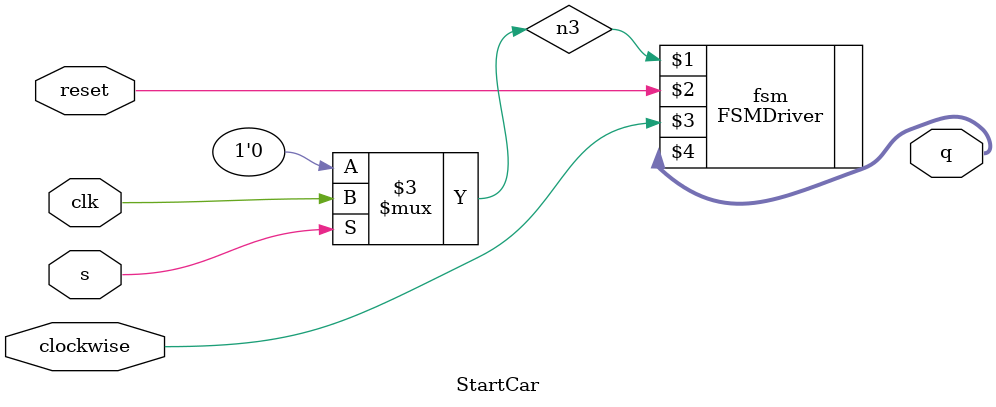
<source format=sv>
`timescale 1ns / 1ps


module StartCar(input logic s, clk, reset, clockwise,
                output logic [3:0] q);
                
    logic n3;
    always_comb
    begin
        if (s) n3 = clk;
        else n3 = 0;
    end
    FSMDriver fsm(n3, reset, clockwise, q);
endmodule
</source>
